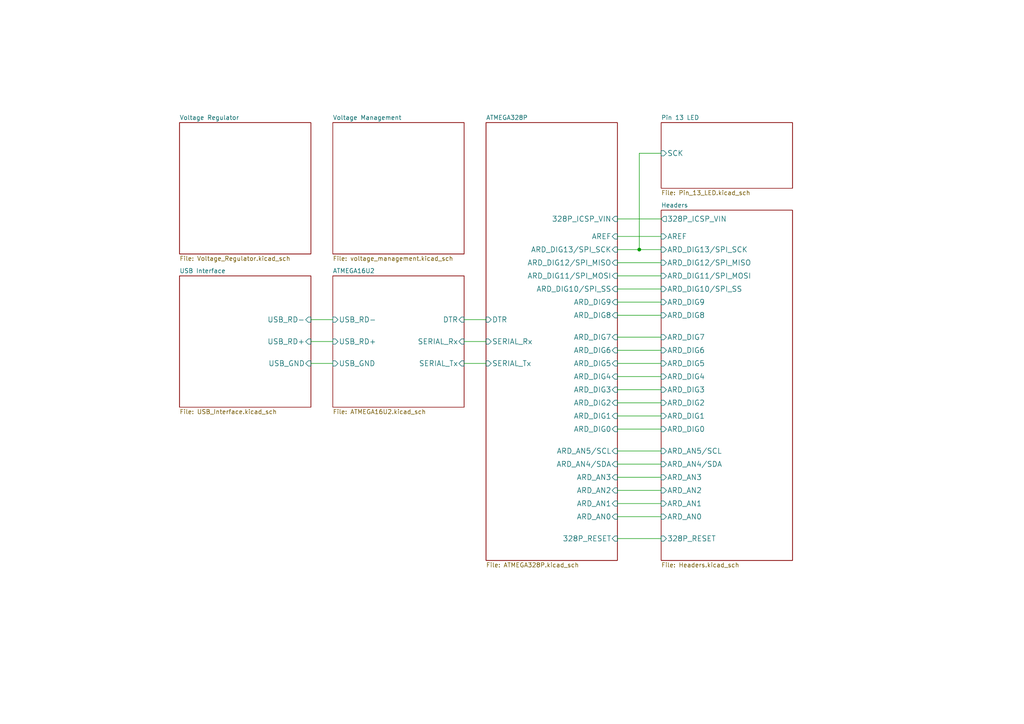
<source format=kicad_sch>
(kicad_sch (version 20230121) (generator eeschema)
  (paper "A4")
  (title_block (title "Arduino UNO R3 Clone") (date "2021-08-06") (rev "1") (company "Rheingold Heavy") (comment 1 "Based on the Arduino UNO R3 From arduino.cc"))
  (lib_symbols)
  (junction (at 185.42 72.39))
  (wire (pts (xy 191.77 80.01) (xy 179.07 80.01)))
  (wire (pts (xy 185.42 44.45) (xy 185.42 72.39)))
  (wire (pts (xy 191.77 156.21) (xy 179.07 156.21)))
  (wire (pts (xy 179.07 149.86) (xy 191.77 149.86)))
  (wire (pts (xy 179.07 68.58) (xy 191.77 68.58)))
  (wire (pts (xy 140.97 92.71) (xy 134.62 92.71)))
  (wire (pts (xy 140.97 105.41) (xy 134.62 105.41)))
  (wire (pts (xy 96.52 105.41) (xy 90.17 105.41)))
  (wire (pts (xy 90.17 99.06) (xy 96.52 99.06)))
  (wire (pts (xy 179.07 101.6) (xy 191.77 101.6)))
  (wire (pts (xy 185.42 72.39) (xy 179.07 72.39)))
  (wire (pts (xy 191.77 113.03) (xy 179.07 113.03)))
  (wire (pts (xy 191.77 146.05) (xy 179.07 146.05)))
  (wire (pts (xy 179.07 83.82) (xy 191.77 83.82)))
  (wire (pts (xy 179.07 116.84) (xy 191.77 116.84)))
  (wire (pts (xy 191.77 138.43) (xy 179.07 138.43)))
  (wire (pts (xy 179.07 63.5) (xy 191.77 63.5)))
  (wire (pts (xy 179.07 142.24) (xy 191.77 142.24)))
  (wire (pts (xy 96.52 92.71) (xy 90.17 92.71)))
  (wire (pts (xy 191.77 120.65) (xy 179.07 120.65)))
  (wire (pts (xy 179.07 134.62) (xy 191.77 134.62)))
  (wire (pts (xy 179.07 124.46) (xy 191.77 124.46)))
  (wire (pts (xy 191.77 130.81) (xy 179.07 130.81)))
  (wire (pts (xy 191.77 87.63) (xy 179.07 87.63)))
  (wire (pts (xy 191.77 72.39) (xy 185.42 72.39)))
  (wire (pts (xy 134.62 99.06) (xy 140.97 99.06)))
  (wire (pts (xy 191.77 44.45) (xy 185.42 44.45)))
  (wire (pts (xy 179.07 76.2) (xy 191.77 76.2)))
  (wire (pts (xy 191.77 105.41) (xy 179.07 105.41)))
  (wire (pts (xy 179.07 91.44) (xy 191.77 91.44)))
  (wire (pts (xy 191.77 97.79) (xy 179.07 97.79)))
  (wire (pts (xy 179.07 109.22) (xy 191.77 109.22)))
  (sheet (at 52.07 35.56) (size 38.1 38.1)
    (property "Sheetname" "Voltage Regulator" (at 52.07 34.8484 0) (effects (justify left bottom)))
    (property "Sheetfile" "Voltage_Regulator.kicad_sch" (at 52.07 74.2446 0) (effects (justify left top)))
  )
  (sheet (at 96.52 35.56) (size 38.1 38.1)
    (property "Sheetname" "Voltage Management" (at 96.52 34.8484 0) (effects (justify left bottom)))
    (property "Sheetfile" "voltage_management.kicad_sch" (at 96.52 74.2446 0) (effects (justify left top)))
  )
  (sheet (at 191.77 35.56) (size 38.1 19.05)
    (property "Sheetname" "Pin 13 LED" (at 191.77 34.8484 0) (effects (justify left bottom)))
    (property "Sheetfile" "Pin_13_LED.kicad_sch" (at 191.77 55.1946 0) (effects (justify left top)))
    (pin "SCK" input (at 191.77 44.45 180) (effects (font (size 1.524 1.524))))
  )
  (sheet (at 52.07 80.01) (size 38.1 38.1)
    (property "Sheetname" "USB Interface" (at 52.07 79.2984 0) (effects (justify left bottom)))
    (property "Sheetfile" "USB_Interface.kicad_sch" (at 52.07 118.6946 0) (effects (justify left top)))
    (pin "USB_RD+" input (at 90.17 99.06 0) (effects (font (size 1.524 1.524))))
    (pin "USB_RD-" input (at 90.17 92.71 0) (effects (font (size 1.524 1.524))))
    (pin "USB_GND" input (at 90.17 105.41 0) (effects (font (size 1.524 1.524))))
  )
  (sheet (at 96.52 80.01) (size 38.1 38.1)
    (property "Sheetname" "ATMEGA16U2" (at 96.52 79.2984 0) (effects (justify left bottom)))
    (property "Sheetfile" "ATMEGA16U2.kicad_sch" (at 96.52 118.6946 0) (effects (justify left top)))
    (pin "USB_RD-" input (at 96.52 92.71 180) (effects (font (size 1.524 1.524))))
    (pin "USB_RD+" input (at 96.52 99.06 180) (effects (font (size 1.524 1.524))))
    (pin "USB_GND" input (at 96.52 105.41 180) (effects (font (size 1.524 1.524))))
    (pin "SERIAL_Rx" input (at 134.62 99.06 0) (effects (font (size 1.524 1.524))))
    (pin "SERIAL_Tx" input (at 134.62 105.41 0) (effects (font (size 1.524 1.524))))
    (pin "DTR" input (at 134.62 92.71 0) (effects (font (size 1.524 1.524))))
  )
  (sheet (at 140.97 35.56) (size 38.1 127)
    (property "Sheetname" "ATMEGA328P" (at 140.97 34.8484 0) (effects (justify left bottom)))
    (property "Sheetfile" "ATMEGA328P.kicad_sch" (at 140.97 163.1446 0) (effects (justify left top)))
    (pin "AREF" input (at 179.07 68.58 0) (effects (font (size 1.524 1.524))))
    (pin "SERIAL_Rx" input (at 140.97 99.06 180) (effects (font (size 1.524 1.524))))
    (pin "SERIAL_Tx" input (at 140.97 105.41 180) (effects (font (size 1.524 1.524))))
    (pin "ARD_AN5/SCL" input (at 179.07 130.81 0) (effects (font (size 1.524 1.524))))
    (pin "ARD_AN4/SDA" input (at 179.07 134.62 0) (effects (font (size 1.524 1.524))))
    (pin "ARD_AN3" input (at 179.07 138.43 0) (effects (font (size 1.524 1.524))))
    (pin "ARD_AN2" input (at 179.07 142.24 0) (effects (font (size 1.524 1.524))))
    (pin "ARD_AN1" input (at 179.07 146.05 0) (effects (font (size 1.524 1.524))))
    (pin "ARD_AN0" input (at 179.07 149.86 0) (effects (font (size 1.524 1.524))))
    (pin "ARD_DIG7" input (at 179.07 97.79 0) (effects (font (size 1.524 1.524))))
    (pin "ARD_DIG6" input (at 179.07 101.6 0) (effects (font (size 1.524 1.524))))
    (pin "ARD_DIG5" input (at 179.07 105.41 0) (effects (font (size 1.524 1.524))))
    (pin "ARD_DIG4" input (at 179.07 109.22 0) (effects (font (size 1.524 1.524))))
    (pin "ARD_DIG3" input (at 179.07 113.03 0) (effects (font (size 1.524 1.524))))
    (pin "ARD_DIG2" input (at 179.07 116.84 0) (effects (font (size 1.524 1.524))))
    (pin "ARD_DIG1" input (at 179.07 120.65 0) (effects (font (size 1.524 1.524))))
    (pin "ARD_DIG0" input (at 179.07 124.46 0) (effects (font (size 1.524 1.524))))
    (pin "ARD_DIG8" input (at 179.07 91.44 0) (effects (font (size 1.524 1.524))))
    (pin "ARD_DIG9" input (at 179.07 87.63 0) (effects (font (size 1.524 1.524))))
    (pin "ARD_DIG10/SPI_SS" input (at 179.07 83.82 0) (effects (font (size 1.524 1.524))))
    (pin "ARD_DIG11/SPI_MOSI" input (at 179.07 80.01 0) (effects (font (size 1.524 1.524))))
    (pin "ARD_DIG12/SPI_MISO" input (at 179.07 76.2 0) (effects (font (size 1.524 1.524))))
    (pin "ARD_DIG13/SPI_SCK" input (at 179.07 72.39 0) (effects (font (size 1.524 1.524))))
    (pin "DTR" input (at 140.97 92.71 180) (effects (font (size 1.524 1.524))))
    (pin "328P_RESET" input (at 179.07 156.21 0) (effects (font (size 1.524 1.524))))
    (pin "328P_ICSP_VIN" input (at 179.07 63.5 0) (effects (font (size 1.524 1.524))))
  )
  (sheet (at 191.77 60.96) (size 38.1 101.6)
    (property "Sheetname" "Headers" (at 191.77 60.2484 0) (effects (justify left bottom)))
    (property "Sheetfile" "Headers.kicad_sch" (at 191.77 163.1446 0) (effects (justify left top)))
    (pin "328P_RESET" input (at 191.77 156.21 180) (effects (font (size 1.524 1.524))))
    (pin "ARD_AN5/SCL" input (at 191.77 130.81 180) (effects (font (size 1.524 1.524))))
    (pin "ARD_AN4/SDA" input (at 191.77 134.62 180) (effects (font (size 1.524 1.524))))
    (pin "AREF" input (at 191.77 68.58 180) (effects (font (size 1.524 1.524))))
    (pin "ARD_DIG13/SPI_SCK" input (at 191.77 72.39 180) (effects (font (size 1.524 1.524))))
    (pin "ARD_DIG12/SPI_MISO" input (at 191.77 76.2 180) (effects (font (size 1.524 1.524))))
    (pin "ARD_DIG11/SPI_MOSI" input (at 191.77 80.01 180) (effects (font (size 1.524 1.524))))
    (pin "ARD_DIG10/SPI_SS" input (at 191.77 83.82 180) (effects (font (size 1.524 1.524))))
    (pin "ARD_DIG9" input (at 191.77 87.63 180) (effects (font (size 1.524 1.524))))
    (pin "ARD_DIG8" input (at 191.77 91.44 180) (effects (font (size 1.524 1.524))))
    (pin "ARD_AN3" input (at 191.77 138.43 180) (effects (font (size 1.524 1.524))))
    (pin "ARD_AN2" input (at 191.77 142.24 180) (effects (font (size 1.524 1.524))))
    (pin "ARD_AN1" input (at 191.77 146.05 180) (effects (font (size 1.524 1.524))))
    (pin "ARD_AN0" input (at 191.77 149.86 180) (effects (font (size 1.524 1.524))))
    (pin "ARD_DIG7" input (at 191.77 97.79 180) (effects (font (size 1.524 1.524))))
    (pin "ARD_DIG6" input (at 191.77 101.6 180) (effects (font (size 1.524 1.524))))
    (pin "ARD_DIG5" input (at 191.77 105.41 180) (effects (font (size 1.524 1.524))))
    (pin "ARD_DIG4" input (at 191.77 109.22 180) (effects (font (size 1.524 1.524))))
    (pin "ARD_DIG3" input (at 191.77 113.03 180) (effects (font (size 1.524 1.524))))
    (pin "ARD_DIG2" input (at 191.77 116.84 180) (effects (font (size 1.524 1.524))))
    (pin "ARD_DIG1" input (at 191.77 120.65 180) (effects (font (size 1.524 1.524))))
    (pin "ARD_DIG0" input (at 191.77 124.46 180) (effects (font (size 1.524 1.524))))
    (pin "328P_ICSP_VIN" output (at 191.77 63.5 180) (effects (font (size 1.524 1.524))))
  )
)
</source>
